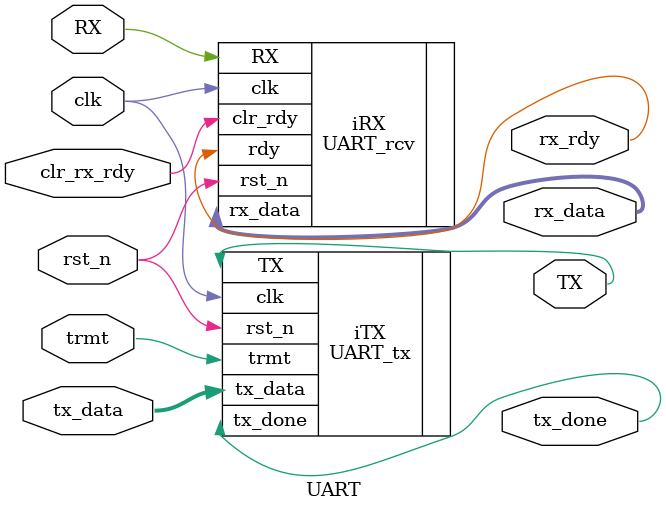
<source format=sv>
module UART(clk, rst_n, trmt, tx_data, tx_done, rx_rdy, clr_rx_rdy, rx_data, TX, RX);

input clk,rst_n;                // clock and active low reset
input trmt;                     // starts a new outgoing transmission
input [7:0] tx_data;            // byte to transmit
input clr_rx_rdy;                  // rdy can be cleared by this or new start bit
input RX;                       // serial data in line
output tx_done;                 // indicates a completed outgoing transmission
output rx_rdy;                     // asserted when byte received
output [7:0] rx_data;           // byte received
output TX;                      // serial data out line

//////////////////////////////
// Instantiate Transmitter //
////////////////////////////
UART_tx iTX(.clk(clk), .rst_n(rst_n), .TX(TX), .trmt(trmt),
        .tx_data(tx_data), .tx_done(tx_done));

///////////////////////////
// Instantiate Receiver //
/////////////////////////
UART_rcv iRX(.clk(clk), .rst_n(rst_n), .RX(RX), .rdy(rx_rdy),
             .clr_rdy(clr_rx_rdy), .rx_data(rx_data));

endmodule

</source>
